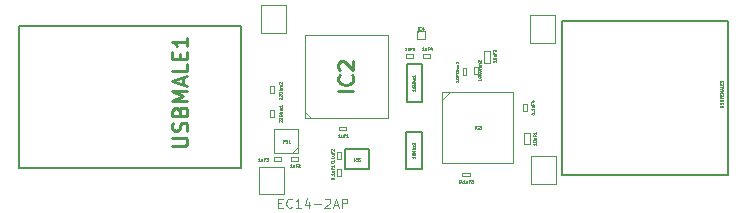
<source format=gbr>
G04 #@! TF.GenerationSoftware,KiCad,Pcbnew,(5.1.6)-1*
G04 #@! TF.CreationDate,2021-12-03T11:37:05+01:00*
G04 #@! TF.ProjectId,Keyvilboard2.0,4b657976-696c-4626-9f61-7264322e302e,rev?*
G04 #@! TF.SameCoordinates,Original*
G04 #@! TF.FileFunction,Other,Fab,Top*
%FSLAX46Y46*%
G04 Gerber Fmt 4.6, Leading zero omitted, Abs format (unit mm)*
G04 Created by KiCad (PCBNEW (5.1.6)-1) date 2021-12-03 11:37:05*
%MOMM*%
%LPD*%
G01*
G04 APERTURE LIST*
%ADD10C,0.100000*%
%ADD11C,0.200000*%
%ADD12C,0.062500*%
%ADD13C,0.254000*%
%ADD14C,0.015000*%
G04 APERTURE END LIST*
D10*
G04 #@! TO.C,IC4*
X154348000Y-94906000D02*
X154517000Y-94737000D01*
X154348000Y-95383000D02*
X154348000Y-94738000D01*
X154993000Y-95383000D02*
X154348000Y-95383000D01*
X154993000Y-94738000D02*
X154993000Y-95383000D01*
X154348000Y-94738000D02*
X154993000Y-94738000D01*
G04 #@! TO.C,TX1*
X166067000Y-95728000D02*
X163933000Y-95728000D01*
X166067000Y-93392000D02*
X166067000Y-95728000D01*
X163933000Y-93392000D02*
X166067000Y-93392000D01*
X163933000Y-95728000D02*
X163933000Y-93392000D01*
G04 #@! TO.C,RX1*
X166127000Y-107628000D02*
X163993000Y-107628000D01*
X166127000Y-105292000D02*
X166127000Y-107628000D01*
X163993000Y-105292000D02*
X166127000Y-105292000D01*
X163993000Y-107628000D02*
X163993000Y-105292000D01*
D11*
G04 #@! TO.C,IC5*
X148270000Y-106380000D02*
X148270000Y-104680000D01*
X150270000Y-106380000D02*
X148270000Y-106380000D01*
X150270000Y-104680000D02*
X150270000Y-106380000D01*
X148270000Y-104680000D02*
X150270000Y-104680000D01*
D10*
G04 #@! TO.C,GND1*
X143247000Y-94868000D02*
X141113000Y-94868000D01*
X143247000Y-92532000D02*
X143247000Y-94868000D01*
X141113000Y-92532000D02*
X143247000Y-92532000D01*
X141113000Y-94868000D02*
X141113000Y-92532000D01*
G04 #@! TO.C,5V+1*
X143097000Y-108528000D02*
X140963000Y-108528000D01*
X143097000Y-106192000D02*
X143097000Y-108528000D01*
X140963000Y-106192000D02*
X143097000Y-106192000D01*
X140963000Y-108528000D02*
X140963000Y-106192000D01*
G04 #@! TO.C,1uF4*
X154865000Y-96660000D02*
X155465000Y-96660000D01*
X155465000Y-96660000D02*
X155465000Y-96960000D01*
X155465000Y-96960000D02*
X154865000Y-96960000D01*
X154865000Y-96960000D02*
X154865000Y-96660000D01*
G04 #@! TO.C,1uF1*
X147780000Y-103130000D02*
X147780000Y-102830000D01*
X148380000Y-103130000D02*
X147780000Y-103130000D01*
X148380000Y-102830000D02*
X148380000Y-103130000D01*
X147780000Y-102830000D02*
X148380000Y-102830000D01*
G04 #@! TO.C,0.1uF3*
X158200000Y-107030000D02*
X158200000Y-106730000D01*
X158800000Y-107030000D02*
X158200000Y-107030000D01*
X158800000Y-106730000D02*
X158800000Y-107030000D01*
X158200000Y-106730000D02*
X158800000Y-106730000D01*
D11*
G04 #@! TO.C,USBFEMALE1*
X166650000Y-106940000D02*
X166650000Y-93840000D01*
X166650000Y-93840000D02*
X180650000Y-93840000D01*
X180650000Y-93840000D02*
X180650000Y-106940000D01*
X180650000Y-106940000D02*
X166650000Y-106940000D01*
G04 #@! TO.C,USBMALE1*
X120650000Y-94330000D02*
X139450000Y-94330000D01*
X120650000Y-106330000D02*
X120650000Y-94330000D01*
X139450000Y-106330000D02*
X120650000Y-106330000D01*
X139450000Y-94330000D02*
X139450000Y-106330000D01*
D10*
G04 #@! TO.C,PS1*
X144280000Y-104520000D02*
X143780000Y-105020000D01*
X144280000Y-103020000D02*
X144280000Y-105020000D01*
X142280000Y-103020000D02*
X144280000Y-103020000D01*
X142280000Y-105020000D02*
X142280000Y-103020000D01*
X144280000Y-105020000D02*
X142280000Y-105020000D01*
G04 #@! TO.C,IC3*
X156500000Y-100520000D02*
X157150000Y-99870000D01*
X156500000Y-105870000D02*
X156500000Y-99870000D01*
X162500000Y-105870000D02*
X156500000Y-105870000D01*
X162500000Y-99870000D02*
X162500000Y-105870000D01*
X156500000Y-99870000D02*
X162500000Y-99870000D01*
G04 #@! TO.C,IC2*
X145380000Y-102070000D02*
X144880000Y-101570000D01*
X151880000Y-102070000D02*
X144880000Y-102070000D01*
X151880000Y-95070000D02*
X151880000Y-102070000D01*
X144880000Y-95070000D02*
X151880000Y-95070000D01*
X144880000Y-102070000D02*
X144880000Y-95070000D01*
G04 #@! TO.C,22Ohm2*
X141940000Y-99380000D02*
X142240000Y-99380000D01*
X141940000Y-99980000D02*
X141940000Y-99380000D01*
X142240000Y-99980000D02*
X141940000Y-99980000D01*
X142240000Y-99380000D02*
X142240000Y-99980000D01*
G04 #@! TO.C,22Ohm1*
X141940000Y-101430000D02*
X142240000Y-101430000D01*
X141940000Y-102030000D02*
X141940000Y-101430000D01*
X142240000Y-102030000D02*
X141940000Y-102030000D01*
X142240000Y-101430000D02*
X142240000Y-102030000D01*
G04 #@! TO.C,1uF5*
X154025000Y-96660000D02*
X154025000Y-96960000D01*
X153425000Y-96660000D02*
X154025000Y-96660000D01*
X153425000Y-96960000D02*
X153425000Y-96660000D01*
X154025000Y-96960000D02*
X153425000Y-96960000D01*
G04 #@! TO.C,1uF3*
X142810000Y-105400000D02*
X142810000Y-105700000D01*
X142210000Y-105400000D02*
X142810000Y-105400000D01*
X142210000Y-105700000D02*
X142210000Y-105400000D01*
X142810000Y-105700000D02*
X142210000Y-105700000D01*
G04 #@! TO.C,1uF2*
X143690000Y-105700000D02*
X143690000Y-105400000D01*
X144290000Y-105700000D02*
X143690000Y-105700000D01*
X144290000Y-105400000D02*
X144290000Y-105700000D01*
X143690000Y-105400000D02*
X144290000Y-105400000D01*
D11*
G04 #@! TO.C,16Mhz2*
X153460000Y-103240000D02*
X154760000Y-103240000D01*
X153460000Y-106440000D02*
X153460000Y-103240000D01*
X154760000Y-106440000D02*
X153460000Y-106440000D01*
X154760000Y-103240000D02*
X154760000Y-106440000D01*
G04 #@! TO.C,16Mhz1*
X153470000Y-97530000D02*
X154770000Y-97530000D01*
X153470000Y-100730000D02*
X153470000Y-97530000D01*
X154770000Y-100730000D02*
X153470000Y-100730000D01*
X154770000Y-97530000D02*
X154770000Y-100730000D01*
D10*
G04 #@! TO.C,10uF2*
X160510000Y-97450000D02*
X160010000Y-97450000D01*
X160510000Y-96450000D02*
X160510000Y-97450000D01*
X160010000Y-96450000D02*
X160510000Y-96450000D01*
X160010000Y-97450000D02*
X160010000Y-96450000D01*
G04 #@! TO.C,10uF1*
X163390000Y-103310000D02*
X163890000Y-103310000D01*
X163390000Y-104310000D02*
X163390000Y-103310000D01*
X163890000Y-104310000D02*
X163390000Y-104310000D01*
X163890000Y-103310000D02*
X163890000Y-104310000D01*
G04 #@! TO.C,10KOhm1*
X158210000Y-97860000D02*
X158510000Y-97860000D01*
X158210000Y-98460000D02*
X158210000Y-97860000D01*
X158510000Y-98460000D02*
X158210000Y-98460000D01*
X158510000Y-97860000D02*
X158510000Y-98460000D01*
G04 #@! TO.C,10KOhm2*
X159480000Y-98370000D02*
X159180000Y-98370000D01*
X159480000Y-97770000D02*
X159480000Y-98370000D01*
X159180000Y-97770000D02*
X159480000Y-97770000D01*
X159180000Y-98370000D02*
X159180000Y-97770000D01*
G04 #@! TO.C,0.1uF4*
X163660000Y-101480000D02*
X163360000Y-101480000D01*
X163660000Y-100880000D02*
X163660000Y-101480000D01*
X163360000Y-100880000D02*
X163660000Y-100880000D01*
X163360000Y-101480000D02*
X163360000Y-100880000D01*
G04 #@! TO.C,0.1uF2*
X147600000Y-104930000D02*
X147900000Y-104930000D01*
X147600000Y-105530000D02*
X147600000Y-104930000D01*
X147900000Y-105530000D02*
X147600000Y-105530000D01*
X147900000Y-104930000D02*
X147900000Y-105530000D01*
G04 #@! TO.C,0.1uF1*
X147910000Y-106985000D02*
X147610000Y-106985000D01*
X147910000Y-106385000D02*
X147910000Y-106985000D01*
X147610000Y-106385000D02*
X147910000Y-106385000D01*
X147610000Y-106985000D02*
X147610000Y-106385000D01*
G04 #@! TD*
G04 #@! TO.C,IC4*
D12*
X154405952Y-94638095D02*
X154405952Y-94388095D01*
X154667857Y-94614285D02*
X154655952Y-94626190D01*
X154620238Y-94638095D01*
X154596428Y-94638095D01*
X154560714Y-94626190D01*
X154536904Y-94602380D01*
X154525000Y-94578571D01*
X154513095Y-94530952D01*
X154513095Y-94495238D01*
X154525000Y-94447619D01*
X154536904Y-94423809D01*
X154560714Y-94400000D01*
X154596428Y-94388095D01*
X154620238Y-94388095D01*
X154655952Y-94400000D01*
X154667857Y-94411904D01*
X154882142Y-94471428D02*
X154882142Y-94638095D01*
X154822619Y-94376190D02*
X154763095Y-94554761D01*
X154917857Y-94554761D01*
G04 #@! TO.C,IC5*
X149025952Y-105743095D02*
X149025952Y-105493095D01*
X149287857Y-105719285D02*
X149275952Y-105731190D01*
X149240238Y-105743095D01*
X149216428Y-105743095D01*
X149180714Y-105731190D01*
X149156904Y-105707380D01*
X149145000Y-105683571D01*
X149133095Y-105635952D01*
X149133095Y-105600238D01*
X149145000Y-105552619D01*
X149156904Y-105528809D01*
X149180714Y-105505000D01*
X149216428Y-105493095D01*
X149240238Y-105493095D01*
X149275952Y-105505000D01*
X149287857Y-105516904D01*
X149514047Y-105493095D02*
X149395000Y-105493095D01*
X149383095Y-105612142D01*
X149395000Y-105600238D01*
X149418809Y-105588333D01*
X149478333Y-105588333D01*
X149502142Y-105600238D01*
X149514047Y-105612142D01*
X149525952Y-105635952D01*
X149525952Y-105695476D01*
X149514047Y-105719285D01*
X149502142Y-105731190D01*
X149478333Y-105743095D01*
X149418809Y-105743095D01*
X149395000Y-105731190D01*
X149383095Y-105719285D01*
G04 #@! TO.C,1uF4*
X154932142Y-96338095D02*
X154789285Y-96338095D01*
X154860714Y-96338095D02*
X154860714Y-96088095D01*
X154836904Y-96123809D01*
X154813095Y-96147619D01*
X154789285Y-96159523D01*
X155146428Y-96171428D02*
X155146428Y-96338095D01*
X155039285Y-96171428D02*
X155039285Y-96302380D01*
X155051190Y-96326190D01*
X155075000Y-96338095D01*
X155110714Y-96338095D01*
X155134523Y-96326190D01*
X155146428Y-96314285D01*
X155348809Y-96207142D02*
X155265476Y-96207142D01*
X155265476Y-96338095D02*
X155265476Y-96088095D01*
X155384523Y-96088095D01*
X155586904Y-96171428D02*
X155586904Y-96338095D01*
X155527380Y-96076190D02*
X155467857Y-96254761D01*
X155622619Y-96254761D01*
G04 #@! TO.C,1uF1*
X147832142Y-103663095D02*
X147689285Y-103663095D01*
X147760714Y-103663095D02*
X147760714Y-103413095D01*
X147736904Y-103448809D01*
X147713095Y-103472619D01*
X147689285Y-103484523D01*
X148046428Y-103496428D02*
X148046428Y-103663095D01*
X147939285Y-103496428D02*
X147939285Y-103627380D01*
X147951190Y-103651190D01*
X147975000Y-103663095D01*
X148010714Y-103663095D01*
X148034523Y-103651190D01*
X148046428Y-103639285D01*
X148248809Y-103532142D02*
X148165476Y-103532142D01*
X148165476Y-103663095D02*
X148165476Y-103413095D01*
X148284523Y-103413095D01*
X148510714Y-103663095D02*
X148367857Y-103663095D01*
X148439285Y-103663095D02*
X148439285Y-103413095D01*
X148415476Y-103448809D01*
X148391666Y-103472619D01*
X148367857Y-103484523D01*
G04 #@! TO.C,0.1uF3*
X157970238Y-107313095D02*
X157994047Y-107313095D01*
X158017857Y-107325000D01*
X158029761Y-107336904D01*
X158041666Y-107360714D01*
X158053571Y-107408333D01*
X158053571Y-107467857D01*
X158041666Y-107515476D01*
X158029761Y-107539285D01*
X158017857Y-107551190D01*
X157994047Y-107563095D01*
X157970238Y-107563095D01*
X157946428Y-107551190D01*
X157934523Y-107539285D01*
X157922619Y-107515476D01*
X157910714Y-107467857D01*
X157910714Y-107408333D01*
X157922619Y-107360714D01*
X157934523Y-107336904D01*
X157946428Y-107325000D01*
X157970238Y-107313095D01*
X158160714Y-107539285D02*
X158172619Y-107551190D01*
X158160714Y-107563095D01*
X158148809Y-107551190D01*
X158160714Y-107539285D01*
X158160714Y-107563095D01*
X158410714Y-107563095D02*
X158267857Y-107563095D01*
X158339285Y-107563095D02*
X158339285Y-107313095D01*
X158315476Y-107348809D01*
X158291666Y-107372619D01*
X158267857Y-107384523D01*
X158625000Y-107396428D02*
X158625000Y-107563095D01*
X158517857Y-107396428D02*
X158517857Y-107527380D01*
X158529761Y-107551190D01*
X158553571Y-107563095D01*
X158589285Y-107563095D01*
X158613095Y-107551190D01*
X158625000Y-107539285D01*
X158827380Y-107432142D02*
X158744047Y-107432142D01*
X158744047Y-107563095D02*
X158744047Y-107313095D01*
X158863095Y-107313095D01*
X158934523Y-107313095D02*
X159089285Y-107313095D01*
X159005952Y-107408333D01*
X159041666Y-107408333D01*
X159065476Y-107420238D01*
X159077380Y-107432142D01*
X159089285Y-107455952D01*
X159089285Y-107515476D01*
X159077380Y-107539285D01*
X159065476Y-107551190D01*
X159041666Y-107563095D01*
X158970238Y-107563095D01*
X158946428Y-107551190D01*
X158934523Y-107539285D01*
G04 #@! TO.C,USBFEMALE1*
X179988095Y-101169047D02*
X180190476Y-101169047D01*
X180214285Y-101157142D01*
X180226190Y-101145238D01*
X180238095Y-101121428D01*
X180238095Y-101073809D01*
X180226190Y-101050000D01*
X180214285Y-101038095D01*
X180190476Y-101026190D01*
X179988095Y-101026190D01*
X180226190Y-100919047D02*
X180238095Y-100883333D01*
X180238095Y-100823809D01*
X180226190Y-100800000D01*
X180214285Y-100788095D01*
X180190476Y-100776190D01*
X180166666Y-100776190D01*
X180142857Y-100788095D01*
X180130952Y-100800000D01*
X180119047Y-100823809D01*
X180107142Y-100871428D01*
X180095238Y-100895238D01*
X180083333Y-100907142D01*
X180059523Y-100919047D01*
X180035714Y-100919047D01*
X180011904Y-100907142D01*
X180000000Y-100895238D01*
X179988095Y-100871428D01*
X179988095Y-100811904D01*
X180000000Y-100776190D01*
X180107142Y-100585714D02*
X180119047Y-100550000D01*
X180130952Y-100538095D01*
X180154761Y-100526190D01*
X180190476Y-100526190D01*
X180214285Y-100538095D01*
X180226190Y-100550000D01*
X180238095Y-100573809D01*
X180238095Y-100669047D01*
X179988095Y-100669047D01*
X179988095Y-100585714D01*
X180000000Y-100561904D01*
X180011904Y-100550000D01*
X180035714Y-100538095D01*
X180059523Y-100538095D01*
X180083333Y-100550000D01*
X180095238Y-100561904D01*
X180107142Y-100585714D01*
X180107142Y-100669047D01*
X180107142Y-100335714D02*
X180107142Y-100419047D01*
X180238095Y-100419047D02*
X179988095Y-100419047D01*
X179988095Y-100300000D01*
X180107142Y-100204761D02*
X180107142Y-100121428D01*
X180238095Y-100085714D02*
X180238095Y-100204761D01*
X179988095Y-100204761D01*
X179988095Y-100085714D01*
X180238095Y-99978571D02*
X179988095Y-99978571D01*
X180166666Y-99895238D01*
X179988095Y-99811904D01*
X180238095Y-99811904D01*
X180166666Y-99704761D02*
X180166666Y-99585714D01*
X180238095Y-99728571D02*
X179988095Y-99645238D01*
X180238095Y-99561904D01*
X180238095Y-99359523D02*
X180238095Y-99478571D01*
X179988095Y-99478571D01*
X180107142Y-99276190D02*
X180107142Y-99192857D01*
X180238095Y-99157142D02*
X180238095Y-99276190D01*
X179988095Y-99276190D01*
X179988095Y-99157142D01*
X180238095Y-98919047D02*
X180238095Y-99061904D01*
X180238095Y-98990476D02*
X179988095Y-98990476D01*
X180023809Y-99014285D01*
X180047619Y-99038095D01*
X180059523Y-99061904D01*
G04 #@! TO.C,USBMALE1*
D13*
X133641523Y-104468952D02*
X134669619Y-104468952D01*
X134790571Y-104408476D01*
X134851047Y-104348000D01*
X134911523Y-104227047D01*
X134911523Y-103985142D01*
X134851047Y-103864190D01*
X134790571Y-103803714D01*
X134669619Y-103743238D01*
X133641523Y-103743238D01*
X134851047Y-103198952D02*
X134911523Y-103017523D01*
X134911523Y-102715142D01*
X134851047Y-102594190D01*
X134790571Y-102533714D01*
X134669619Y-102473238D01*
X134548666Y-102473238D01*
X134427714Y-102533714D01*
X134367238Y-102594190D01*
X134306761Y-102715142D01*
X134246285Y-102957047D01*
X134185809Y-103078000D01*
X134125333Y-103138476D01*
X134004380Y-103198952D01*
X133883428Y-103198952D01*
X133762476Y-103138476D01*
X133702000Y-103078000D01*
X133641523Y-102957047D01*
X133641523Y-102654666D01*
X133702000Y-102473238D01*
X134246285Y-101505619D02*
X134306761Y-101324190D01*
X134367238Y-101263714D01*
X134488190Y-101203238D01*
X134669619Y-101203238D01*
X134790571Y-101263714D01*
X134851047Y-101324190D01*
X134911523Y-101445142D01*
X134911523Y-101928952D01*
X133641523Y-101928952D01*
X133641523Y-101505619D01*
X133702000Y-101384666D01*
X133762476Y-101324190D01*
X133883428Y-101263714D01*
X134004380Y-101263714D01*
X134125333Y-101324190D01*
X134185809Y-101384666D01*
X134246285Y-101505619D01*
X134246285Y-101928952D01*
X134911523Y-100658952D02*
X133641523Y-100658952D01*
X134548666Y-100235619D01*
X133641523Y-99812285D01*
X134911523Y-99812285D01*
X134548666Y-99268000D02*
X134548666Y-98663238D01*
X134911523Y-99388952D02*
X133641523Y-98965619D01*
X134911523Y-98542285D01*
X134911523Y-97514190D02*
X134911523Y-98118952D01*
X133641523Y-98118952D01*
X134246285Y-97090857D02*
X134246285Y-96667523D01*
X134911523Y-96486095D02*
X134911523Y-97090857D01*
X133641523Y-97090857D01*
X133641523Y-96486095D01*
X134911523Y-95276571D02*
X134911523Y-96002285D01*
X134911523Y-95639428D02*
X133641523Y-95639428D01*
X133822952Y-95760380D01*
X133943904Y-95881333D01*
X134004380Y-96002285D01*
G04 #@! TO.C,U1*
D14*
X142614111Y-109273757D02*
X142876579Y-109273757D01*
X142989065Y-109686205D02*
X142614111Y-109686205D01*
X142614111Y-108898803D01*
X142989065Y-108898803D01*
X143776467Y-109611215D02*
X143738971Y-109648710D01*
X143626485Y-109686205D01*
X143551495Y-109686205D01*
X143439009Y-109648710D01*
X143364018Y-109573719D01*
X143326523Y-109498729D01*
X143289027Y-109348747D01*
X143289027Y-109236261D01*
X143326523Y-109086280D01*
X143364018Y-109011289D01*
X143439009Y-108936299D01*
X143551495Y-108898803D01*
X143626485Y-108898803D01*
X143738971Y-108936299D01*
X143776467Y-108973794D01*
X144526373Y-109686205D02*
X144076429Y-109686205D01*
X144301401Y-109686205D02*
X144301401Y-108898803D01*
X144226411Y-109011289D01*
X144151420Y-109086280D01*
X144076429Y-109123775D01*
X145201289Y-109161271D02*
X145201289Y-109686205D01*
X145013813Y-108861308D02*
X144826336Y-109423738D01*
X145313775Y-109423738D01*
X145613738Y-109386243D02*
X146213663Y-109386243D01*
X146551121Y-108973794D02*
X146588617Y-108936299D01*
X146663607Y-108898803D01*
X146851084Y-108898803D01*
X146926075Y-108936299D01*
X146963570Y-108973794D01*
X147001065Y-109048785D01*
X147001065Y-109123775D01*
X146963570Y-109236261D01*
X146513626Y-109686205D01*
X147001065Y-109686205D01*
X147301028Y-109461233D02*
X147675981Y-109461233D01*
X147226037Y-109686205D02*
X147488505Y-108898803D01*
X147750972Y-109686205D01*
X148013439Y-109686205D02*
X148013439Y-108898803D01*
X148313402Y-108898803D01*
X148388393Y-108936299D01*
X148425888Y-108973794D01*
X148463383Y-109048785D01*
X148463383Y-109161271D01*
X148425888Y-109236261D01*
X148388393Y-109273757D01*
X148313402Y-109311252D01*
X148013439Y-109311252D01*
G04 #@! TO.C,PS1*
D12*
X142996428Y-104188095D02*
X142996428Y-103938095D01*
X143091666Y-103938095D01*
X143115476Y-103950000D01*
X143127380Y-103961904D01*
X143139285Y-103985714D01*
X143139285Y-104021428D01*
X143127380Y-104045238D01*
X143115476Y-104057142D01*
X143091666Y-104069047D01*
X142996428Y-104069047D01*
X143234523Y-104176190D02*
X143270238Y-104188095D01*
X143329761Y-104188095D01*
X143353571Y-104176190D01*
X143365476Y-104164285D01*
X143377380Y-104140476D01*
X143377380Y-104116666D01*
X143365476Y-104092857D01*
X143353571Y-104080952D01*
X143329761Y-104069047D01*
X143282142Y-104057142D01*
X143258333Y-104045238D01*
X143246428Y-104033333D01*
X143234523Y-104009523D01*
X143234523Y-103985714D01*
X143246428Y-103961904D01*
X143258333Y-103950000D01*
X143282142Y-103938095D01*
X143341666Y-103938095D01*
X143377380Y-103950000D01*
X143615476Y-104188095D02*
X143472619Y-104188095D01*
X143544047Y-104188095D02*
X143544047Y-103938095D01*
X143520238Y-103973809D01*
X143496428Y-103997619D01*
X143472619Y-104009523D01*
G04 #@! TO.C,IC3*
X159255952Y-102983095D02*
X159255952Y-102733095D01*
X159517857Y-102959285D02*
X159505952Y-102971190D01*
X159470238Y-102983095D01*
X159446428Y-102983095D01*
X159410714Y-102971190D01*
X159386904Y-102947380D01*
X159375000Y-102923571D01*
X159363095Y-102875952D01*
X159363095Y-102840238D01*
X159375000Y-102792619D01*
X159386904Y-102768809D01*
X159410714Y-102745000D01*
X159446428Y-102733095D01*
X159470238Y-102733095D01*
X159505952Y-102745000D01*
X159517857Y-102756904D01*
X159601190Y-102733095D02*
X159755952Y-102733095D01*
X159672619Y-102828333D01*
X159708333Y-102828333D01*
X159732142Y-102840238D01*
X159744047Y-102852142D01*
X159755952Y-102875952D01*
X159755952Y-102935476D01*
X159744047Y-102959285D01*
X159732142Y-102971190D01*
X159708333Y-102983095D01*
X159636904Y-102983095D01*
X159613095Y-102971190D01*
X159601190Y-102959285D01*
G04 #@! TO.C,IC2*
D13*
X148954523Y-99809761D02*
X147684523Y-99809761D01*
X148833571Y-98479285D02*
X148894047Y-98539761D01*
X148954523Y-98721190D01*
X148954523Y-98842142D01*
X148894047Y-99023571D01*
X148773095Y-99144523D01*
X148652142Y-99205000D01*
X148410238Y-99265476D01*
X148228809Y-99265476D01*
X147986904Y-99205000D01*
X147865952Y-99144523D01*
X147745000Y-99023571D01*
X147684523Y-98842142D01*
X147684523Y-98721190D01*
X147745000Y-98539761D01*
X147805476Y-98479285D01*
X147805476Y-97995476D02*
X147745000Y-97935000D01*
X147684523Y-97814047D01*
X147684523Y-97511666D01*
X147745000Y-97390714D01*
X147805476Y-97330238D01*
X147926428Y-97269761D01*
X148047380Y-97269761D01*
X148228809Y-97330238D01*
X148954523Y-98055952D01*
X148954523Y-97269761D01*
G04 #@! TO.C,22Ohm2*
D12*
X142686904Y-100495238D02*
X142675000Y-100483333D01*
X142663095Y-100459523D01*
X142663095Y-100400000D01*
X142675000Y-100376190D01*
X142686904Y-100364285D01*
X142710714Y-100352380D01*
X142734523Y-100352380D01*
X142770238Y-100364285D01*
X142913095Y-100507142D01*
X142913095Y-100352380D01*
X142686904Y-100257142D02*
X142675000Y-100245238D01*
X142663095Y-100221428D01*
X142663095Y-100161904D01*
X142675000Y-100138095D01*
X142686904Y-100126190D01*
X142710714Y-100114285D01*
X142734523Y-100114285D01*
X142770238Y-100126190D01*
X142913095Y-100269047D01*
X142913095Y-100114285D01*
X142663095Y-99959523D02*
X142663095Y-99911904D01*
X142675000Y-99888095D01*
X142698809Y-99864285D01*
X142746428Y-99852380D01*
X142829761Y-99852380D01*
X142877380Y-99864285D01*
X142901190Y-99888095D01*
X142913095Y-99911904D01*
X142913095Y-99959523D01*
X142901190Y-99983333D01*
X142877380Y-100007142D01*
X142829761Y-100019047D01*
X142746428Y-100019047D01*
X142698809Y-100007142D01*
X142675000Y-99983333D01*
X142663095Y-99959523D01*
X142913095Y-99745238D02*
X142663095Y-99745238D01*
X142913095Y-99638095D02*
X142782142Y-99638095D01*
X142758333Y-99650000D01*
X142746428Y-99673809D01*
X142746428Y-99709523D01*
X142758333Y-99733333D01*
X142770238Y-99745238D01*
X142913095Y-99519047D02*
X142746428Y-99519047D01*
X142770238Y-99519047D02*
X142758333Y-99507142D01*
X142746428Y-99483333D01*
X142746428Y-99447619D01*
X142758333Y-99423809D01*
X142782142Y-99411904D01*
X142913095Y-99411904D01*
X142782142Y-99411904D02*
X142758333Y-99400000D01*
X142746428Y-99376190D01*
X142746428Y-99340476D01*
X142758333Y-99316666D01*
X142782142Y-99304761D01*
X142913095Y-99304761D01*
X142686904Y-99197619D02*
X142675000Y-99185714D01*
X142663095Y-99161904D01*
X142663095Y-99102380D01*
X142675000Y-99078571D01*
X142686904Y-99066666D01*
X142710714Y-99054761D01*
X142734523Y-99054761D01*
X142770238Y-99066666D01*
X142913095Y-99209523D01*
X142913095Y-99054761D01*
G04 #@! TO.C,22Ohm1*
X142661904Y-102420238D02*
X142650000Y-102408333D01*
X142638095Y-102384523D01*
X142638095Y-102325000D01*
X142650000Y-102301190D01*
X142661904Y-102289285D01*
X142685714Y-102277380D01*
X142709523Y-102277380D01*
X142745238Y-102289285D01*
X142888095Y-102432142D01*
X142888095Y-102277380D01*
X142661904Y-102182142D02*
X142650000Y-102170238D01*
X142638095Y-102146428D01*
X142638095Y-102086904D01*
X142650000Y-102063095D01*
X142661904Y-102051190D01*
X142685714Y-102039285D01*
X142709523Y-102039285D01*
X142745238Y-102051190D01*
X142888095Y-102194047D01*
X142888095Y-102039285D01*
X142638095Y-101884523D02*
X142638095Y-101836904D01*
X142650000Y-101813095D01*
X142673809Y-101789285D01*
X142721428Y-101777380D01*
X142804761Y-101777380D01*
X142852380Y-101789285D01*
X142876190Y-101813095D01*
X142888095Y-101836904D01*
X142888095Y-101884523D01*
X142876190Y-101908333D01*
X142852380Y-101932142D01*
X142804761Y-101944047D01*
X142721428Y-101944047D01*
X142673809Y-101932142D01*
X142650000Y-101908333D01*
X142638095Y-101884523D01*
X142888095Y-101670238D02*
X142638095Y-101670238D01*
X142888095Y-101563095D02*
X142757142Y-101563095D01*
X142733333Y-101575000D01*
X142721428Y-101598809D01*
X142721428Y-101634523D01*
X142733333Y-101658333D01*
X142745238Y-101670238D01*
X142888095Y-101444047D02*
X142721428Y-101444047D01*
X142745238Y-101444047D02*
X142733333Y-101432142D01*
X142721428Y-101408333D01*
X142721428Y-101372619D01*
X142733333Y-101348809D01*
X142757142Y-101336904D01*
X142888095Y-101336904D01*
X142757142Y-101336904D02*
X142733333Y-101325000D01*
X142721428Y-101301190D01*
X142721428Y-101265476D01*
X142733333Y-101241666D01*
X142757142Y-101229761D01*
X142888095Y-101229761D01*
X142888095Y-100979761D02*
X142888095Y-101122619D01*
X142888095Y-101051190D02*
X142638095Y-101051190D01*
X142673809Y-101075000D01*
X142697619Y-101098809D01*
X142709523Y-101122619D01*
G04 #@! TO.C,1uF5*
X153457142Y-96363095D02*
X153314285Y-96363095D01*
X153385714Y-96363095D02*
X153385714Y-96113095D01*
X153361904Y-96148809D01*
X153338095Y-96172619D01*
X153314285Y-96184523D01*
X153671428Y-96196428D02*
X153671428Y-96363095D01*
X153564285Y-96196428D02*
X153564285Y-96327380D01*
X153576190Y-96351190D01*
X153600000Y-96363095D01*
X153635714Y-96363095D01*
X153659523Y-96351190D01*
X153671428Y-96339285D01*
X153873809Y-96232142D02*
X153790476Y-96232142D01*
X153790476Y-96363095D02*
X153790476Y-96113095D01*
X153909523Y-96113095D01*
X154123809Y-96113095D02*
X154004761Y-96113095D01*
X153992857Y-96232142D01*
X154004761Y-96220238D01*
X154028571Y-96208333D01*
X154088095Y-96208333D01*
X154111904Y-96220238D01*
X154123809Y-96232142D01*
X154135714Y-96255952D01*
X154135714Y-96315476D01*
X154123809Y-96339285D01*
X154111904Y-96351190D01*
X154088095Y-96363095D01*
X154028571Y-96363095D01*
X154004761Y-96351190D01*
X153992857Y-96339285D01*
G04 #@! TO.C,1uF3*
X141032142Y-105713095D02*
X140889285Y-105713095D01*
X140960714Y-105713095D02*
X140960714Y-105463095D01*
X140936904Y-105498809D01*
X140913095Y-105522619D01*
X140889285Y-105534523D01*
X141246428Y-105546428D02*
X141246428Y-105713095D01*
X141139285Y-105546428D02*
X141139285Y-105677380D01*
X141151190Y-105701190D01*
X141175000Y-105713095D01*
X141210714Y-105713095D01*
X141234523Y-105701190D01*
X141246428Y-105689285D01*
X141448809Y-105582142D02*
X141365476Y-105582142D01*
X141365476Y-105713095D02*
X141365476Y-105463095D01*
X141484523Y-105463095D01*
X141555952Y-105463095D02*
X141710714Y-105463095D01*
X141627380Y-105558333D01*
X141663095Y-105558333D01*
X141686904Y-105570238D01*
X141698809Y-105582142D01*
X141710714Y-105605952D01*
X141710714Y-105665476D01*
X141698809Y-105689285D01*
X141686904Y-105701190D01*
X141663095Y-105713095D01*
X141591666Y-105713095D01*
X141567857Y-105701190D01*
X141555952Y-105689285D01*
G04 #@! TO.C,1uF2*
X143732142Y-106238095D02*
X143589285Y-106238095D01*
X143660714Y-106238095D02*
X143660714Y-105988095D01*
X143636904Y-106023809D01*
X143613095Y-106047619D01*
X143589285Y-106059523D01*
X143946428Y-106071428D02*
X143946428Y-106238095D01*
X143839285Y-106071428D02*
X143839285Y-106202380D01*
X143851190Y-106226190D01*
X143875000Y-106238095D01*
X143910714Y-106238095D01*
X143934523Y-106226190D01*
X143946428Y-106214285D01*
X144148809Y-106107142D02*
X144065476Y-106107142D01*
X144065476Y-106238095D02*
X144065476Y-105988095D01*
X144184523Y-105988095D01*
X144267857Y-106011904D02*
X144279761Y-106000000D01*
X144303571Y-105988095D01*
X144363095Y-105988095D01*
X144386904Y-106000000D01*
X144398809Y-106011904D01*
X144410714Y-106035714D01*
X144410714Y-106059523D01*
X144398809Y-106095238D01*
X144255952Y-106238095D01*
X144410714Y-106238095D01*
G04 #@! TO.C,16Mhz2*
X154188095Y-105348809D02*
X154188095Y-105491666D01*
X154188095Y-105420238D02*
X153938095Y-105420238D01*
X153973809Y-105444047D01*
X153997619Y-105467857D01*
X154009523Y-105491666D01*
X153938095Y-105134523D02*
X153938095Y-105182142D01*
X153950000Y-105205952D01*
X153961904Y-105217857D01*
X153997619Y-105241666D01*
X154045238Y-105253571D01*
X154140476Y-105253571D01*
X154164285Y-105241666D01*
X154176190Y-105229761D01*
X154188095Y-105205952D01*
X154188095Y-105158333D01*
X154176190Y-105134523D01*
X154164285Y-105122619D01*
X154140476Y-105110714D01*
X154080952Y-105110714D01*
X154057142Y-105122619D01*
X154045238Y-105134523D01*
X154033333Y-105158333D01*
X154033333Y-105205952D01*
X154045238Y-105229761D01*
X154057142Y-105241666D01*
X154080952Y-105253571D01*
X154188095Y-105003571D02*
X153938095Y-105003571D01*
X154116666Y-104920238D01*
X153938095Y-104836904D01*
X154188095Y-104836904D01*
X154188095Y-104717857D02*
X153938095Y-104717857D01*
X154188095Y-104610714D02*
X154057142Y-104610714D01*
X154033333Y-104622619D01*
X154021428Y-104646428D01*
X154021428Y-104682142D01*
X154033333Y-104705952D01*
X154045238Y-104717857D01*
X154021428Y-104515476D02*
X154021428Y-104384523D01*
X154188095Y-104515476D01*
X154188095Y-104384523D01*
X153961904Y-104301190D02*
X153950000Y-104289285D01*
X153938095Y-104265476D01*
X153938095Y-104205952D01*
X153950000Y-104182142D01*
X153961904Y-104170238D01*
X153985714Y-104158333D01*
X154009523Y-104158333D01*
X154045238Y-104170238D01*
X154188095Y-104313095D01*
X154188095Y-104158333D01*
G04 #@! TO.C,16Mhz1*
X154213095Y-99623809D02*
X154213095Y-99766666D01*
X154213095Y-99695238D02*
X153963095Y-99695238D01*
X153998809Y-99719047D01*
X154022619Y-99742857D01*
X154034523Y-99766666D01*
X153963095Y-99409523D02*
X153963095Y-99457142D01*
X153975000Y-99480952D01*
X153986904Y-99492857D01*
X154022619Y-99516666D01*
X154070238Y-99528571D01*
X154165476Y-99528571D01*
X154189285Y-99516666D01*
X154201190Y-99504761D01*
X154213095Y-99480952D01*
X154213095Y-99433333D01*
X154201190Y-99409523D01*
X154189285Y-99397619D01*
X154165476Y-99385714D01*
X154105952Y-99385714D01*
X154082142Y-99397619D01*
X154070238Y-99409523D01*
X154058333Y-99433333D01*
X154058333Y-99480952D01*
X154070238Y-99504761D01*
X154082142Y-99516666D01*
X154105952Y-99528571D01*
X154213095Y-99278571D02*
X153963095Y-99278571D01*
X154141666Y-99195238D01*
X153963095Y-99111904D01*
X154213095Y-99111904D01*
X154213095Y-98992857D02*
X153963095Y-98992857D01*
X154213095Y-98885714D02*
X154082142Y-98885714D01*
X154058333Y-98897619D01*
X154046428Y-98921428D01*
X154046428Y-98957142D01*
X154058333Y-98980952D01*
X154070238Y-98992857D01*
X154046428Y-98790476D02*
X154046428Y-98659523D01*
X154213095Y-98790476D01*
X154213095Y-98659523D01*
X154213095Y-98433333D02*
X154213095Y-98576190D01*
X154213095Y-98504761D02*
X153963095Y-98504761D01*
X153998809Y-98528571D01*
X154022619Y-98552380D01*
X154034523Y-98576190D01*
G04 #@! TO.C,10uF2*
X161038095Y-97211904D02*
X161038095Y-97354761D01*
X161038095Y-97283333D02*
X160788095Y-97283333D01*
X160823809Y-97307142D01*
X160847619Y-97330952D01*
X160859523Y-97354761D01*
X160788095Y-97057142D02*
X160788095Y-97033333D01*
X160800000Y-97009523D01*
X160811904Y-96997619D01*
X160835714Y-96985714D01*
X160883333Y-96973809D01*
X160942857Y-96973809D01*
X160990476Y-96985714D01*
X161014285Y-96997619D01*
X161026190Y-97009523D01*
X161038095Y-97033333D01*
X161038095Y-97057142D01*
X161026190Y-97080952D01*
X161014285Y-97092857D01*
X160990476Y-97104761D01*
X160942857Y-97116666D01*
X160883333Y-97116666D01*
X160835714Y-97104761D01*
X160811904Y-97092857D01*
X160800000Y-97080952D01*
X160788095Y-97057142D01*
X160871428Y-96759523D02*
X161038095Y-96759523D01*
X160871428Y-96866666D02*
X161002380Y-96866666D01*
X161026190Y-96854761D01*
X161038095Y-96830952D01*
X161038095Y-96795238D01*
X161026190Y-96771428D01*
X161014285Y-96759523D01*
X160907142Y-96557142D02*
X160907142Y-96640476D01*
X161038095Y-96640476D02*
X160788095Y-96640476D01*
X160788095Y-96521428D01*
X160811904Y-96438095D02*
X160800000Y-96426190D01*
X160788095Y-96402380D01*
X160788095Y-96342857D01*
X160800000Y-96319047D01*
X160811904Y-96307142D01*
X160835714Y-96295238D01*
X160859523Y-96295238D01*
X160895238Y-96307142D01*
X161038095Y-96450000D01*
X161038095Y-96295238D01*
G04 #@! TO.C,10uF1*
X164438095Y-104196904D02*
X164438095Y-104339761D01*
X164438095Y-104268333D02*
X164188095Y-104268333D01*
X164223809Y-104292142D01*
X164247619Y-104315952D01*
X164259523Y-104339761D01*
X164188095Y-104042142D02*
X164188095Y-104018333D01*
X164200000Y-103994523D01*
X164211904Y-103982619D01*
X164235714Y-103970714D01*
X164283333Y-103958809D01*
X164342857Y-103958809D01*
X164390476Y-103970714D01*
X164414285Y-103982619D01*
X164426190Y-103994523D01*
X164438095Y-104018333D01*
X164438095Y-104042142D01*
X164426190Y-104065952D01*
X164414285Y-104077857D01*
X164390476Y-104089761D01*
X164342857Y-104101666D01*
X164283333Y-104101666D01*
X164235714Y-104089761D01*
X164211904Y-104077857D01*
X164200000Y-104065952D01*
X164188095Y-104042142D01*
X164271428Y-103744523D02*
X164438095Y-103744523D01*
X164271428Y-103851666D02*
X164402380Y-103851666D01*
X164426190Y-103839761D01*
X164438095Y-103815952D01*
X164438095Y-103780238D01*
X164426190Y-103756428D01*
X164414285Y-103744523D01*
X164307142Y-103542142D02*
X164307142Y-103625476D01*
X164438095Y-103625476D02*
X164188095Y-103625476D01*
X164188095Y-103506428D01*
X164438095Y-103280238D02*
X164438095Y-103423095D01*
X164438095Y-103351666D02*
X164188095Y-103351666D01*
X164223809Y-103375476D01*
X164247619Y-103399285D01*
X164259523Y-103423095D01*
G04 #@! TO.C,10KOhm1*
X157863095Y-98852380D02*
X157863095Y-98995238D01*
X157863095Y-98923809D02*
X157613095Y-98923809D01*
X157648809Y-98947619D01*
X157672619Y-98971428D01*
X157684523Y-98995238D01*
X157613095Y-98697619D02*
X157613095Y-98673809D01*
X157625000Y-98650000D01*
X157636904Y-98638095D01*
X157660714Y-98626190D01*
X157708333Y-98614285D01*
X157767857Y-98614285D01*
X157815476Y-98626190D01*
X157839285Y-98638095D01*
X157851190Y-98650000D01*
X157863095Y-98673809D01*
X157863095Y-98697619D01*
X157851190Y-98721428D01*
X157839285Y-98733333D01*
X157815476Y-98745238D01*
X157767857Y-98757142D01*
X157708333Y-98757142D01*
X157660714Y-98745238D01*
X157636904Y-98733333D01*
X157625000Y-98721428D01*
X157613095Y-98697619D01*
X157863095Y-98507142D02*
X157613095Y-98507142D01*
X157863095Y-98364285D02*
X157720238Y-98471428D01*
X157613095Y-98364285D02*
X157755952Y-98507142D01*
X157613095Y-98209523D02*
X157613095Y-98161904D01*
X157625000Y-98138095D01*
X157648809Y-98114285D01*
X157696428Y-98102380D01*
X157779761Y-98102380D01*
X157827380Y-98114285D01*
X157851190Y-98138095D01*
X157863095Y-98161904D01*
X157863095Y-98209523D01*
X157851190Y-98233333D01*
X157827380Y-98257142D01*
X157779761Y-98269047D01*
X157696428Y-98269047D01*
X157648809Y-98257142D01*
X157625000Y-98233333D01*
X157613095Y-98209523D01*
X157863095Y-97995238D02*
X157613095Y-97995238D01*
X157863095Y-97888095D02*
X157732142Y-97888095D01*
X157708333Y-97900000D01*
X157696428Y-97923809D01*
X157696428Y-97959523D01*
X157708333Y-97983333D01*
X157720238Y-97995238D01*
X157863095Y-97769047D02*
X157696428Y-97769047D01*
X157720238Y-97769047D02*
X157708333Y-97757142D01*
X157696428Y-97733333D01*
X157696428Y-97697619D01*
X157708333Y-97673809D01*
X157732142Y-97661904D01*
X157863095Y-97661904D01*
X157732142Y-97661904D02*
X157708333Y-97650000D01*
X157696428Y-97626190D01*
X157696428Y-97590476D01*
X157708333Y-97566666D01*
X157732142Y-97554761D01*
X157863095Y-97554761D01*
X157863095Y-97304761D02*
X157863095Y-97447619D01*
X157863095Y-97376190D02*
X157613095Y-97376190D01*
X157648809Y-97400000D01*
X157672619Y-97423809D01*
X157684523Y-97447619D01*
G04 #@! TO.C,10KOhm2*
X159738095Y-98752380D02*
X159738095Y-98895238D01*
X159738095Y-98823809D02*
X159488095Y-98823809D01*
X159523809Y-98847619D01*
X159547619Y-98871428D01*
X159559523Y-98895238D01*
X159488095Y-98597619D02*
X159488095Y-98573809D01*
X159500000Y-98550000D01*
X159511904Y-98538095D01*
X159535714Y-98526190D01*
X159583333Y-98514285D01*
X159642857Y-98514285D01*
X159690476Y-98526190D01*
X159714285Y-98538095D01*
X159726190Y-98550000D01*
X159738095Y-98573809D01*
X159738095Y-98597619D01*
X159726190Y-98621428D01*
X159714285Y-98633333D01*
X159690476Y-98645238D01*
X159642857Y-98657142D01*
X159583333Y-98657142D01*
X159535714Y-98645238D01*
X159511904Y-98633333D01*
X159500000Y-98621428D01*
X159488095Y-98597619D01*
X159738095Y-98407142D02*
X159488095Y-98407142D01*
X159738095Y-98264285D02*
X159595238Y-98371428D01*
X159488095Y-98264285D02*
X159630952Y-98407142D01*
X159488095Y-98109523D02*
X159488095Y-98061904D01*
X159500000Y-98038095D01*
X159523809Y-98014285D01*
X159571428Y-98002380D01*
X159654761Y-98002380D01*
X159702380Y-98014285D01*
X159726190Y-98038095D01*
X159738095Y-98061904D01*
X159738095Y-98109523D01*
X159726190Y-98133333D01*
X159702380Y-98157142D01*
X159654761Y-98169047D01*
X159571428Y-98169047D01*
X159523809Y-98157142D01*
X159500000Y-98133333D01*
X159488095Y-98109523D01*
X159738095Y-97895238D02*
X159488095Y-97895238D01*
X159738095Y-97788095D02*
X159607142Y-97788095D01*
X159583333Y-97800000D01*
X159571428Y-97823809D01*
X159571428Y-97859523D01*
X159583333Y-97883333D01*
X159595238Y-97895238D01*
X159738095Y-97669047D02*
X159571428Y-97669047D01*
X159595238Y-97669047D02*
X159583333Y-97657142D01*
X159571428Y-97633333D01*
X159571428Y-97597619D01*
X159583333Y-97573809D01*
X159607142Y-97561904D01*
X159738095Y-97561904D01*
X159607142Y-97561904D02*
X159583333Y-97550000D01*
X159571428Y-97526190D01*
X159571428Y-97490476D01*
X159583333Y-97466666D01*
X159607142Y-97454761D01*
X159738095Y-97454761D01*
X159511904Y-97347619D02*
X159500000Y-97335714D01*
X159488095Y-97311904D01*
X159488095Y-97252380D01*
X159500000Y-97228571D01*
X159511904Y-97216666D01*
X159535714Y-97204761D01*
X159559523Y-97204761D01*
X159595238Y-97216666D01*
X159738095Y-97359523D01*
X159738095Y-97204761D01*
G04 #@! TO.C,0.1uF4*
X164038095Y-101729761D02*
X164038095Y-101705952D01*
X164050000Y-101682142D01*
X164061904Y-101670238D01*
X164085714Y-101658333D01*
X164133333Y-101646428D01*
X164192857Y-101646428D01*
X164240476Y-101658333D01*
X164264285Y-101670238D01*
X164276190Y-101682142D01*
X164288095Y-101705952D01*
X164288095Y-101729761D01*
X164276190Y-101753571D01*
X164264285Y-101765476D01*
X164240476Y-101777380D01*
X164192857Y-101789285D01*
X164133333Y-101789285D01*
X164085714Y-101777380D01*
X164061904Y-101765476D01*
X164050000Y-101753571D01*
X164038095Y-101729761D01*
X164264285Y-101539285D02*
X164276190Y-101527380D01*
X164288095Y-101539285D01*
X164276190Y-101551190D01*
X164264285Y-101539285D01*
X164288095Y-101539285D01*
X164288095Y-101289285D02*
X164288095Y-101432142D01*
X164288095Y-101360714D02*
X164038095Y-101360714D01*
X164073809Y-101384523D01*
X164097619Y-101408333D01*
X164109523Y-101432142D01*
X164121428Y-101075000D02*
X164288095Y-101075000D01*
X164121428Y-101182142D02*
X164252380Y-101182142D01*
X164276190Y-101170238D01*
X164288095Y-101146428D01*
X164288095Y-101110714D01*
X164276190Y-101086904D01*
X164264285Y-101075000D01*
X164157142Y-100872619D02*
X164157142Y-100955952D01*
X164288095Y-100955952D02*
X164038095Y-100955952D01*
X164038095Y-100836904D01*
X164121428Y-100634523D02*
X164288095Y-100634523D01*
X164026190Y-100694047D02*
X164204761Y-100753571D01*
X164204761Y-100598809D01*
G04 #@! TO.C,0.1uF2*
X147063095Y-105804761D02*
X147063095Y-105780952D01*
X147075000Y-105757142D01*
X147086904Y-105745238D01*
X147110714Y-105733333D01*
X147158333Y-105721428D01*
X147217857Y-105721428D01*
X147265476Y-105733333D01*
X147289285Y-105745238D01*
X147301190Y-105757142D01*
X147313095Y-105780952D01*
X147313095Y-105804761D01*
X147301190Y-105828571D01*
X147289285Y-105840476D01*
X147265476Y-105852380D01*
X147217857Y-105864285D01*
X147158333Y-105864285D01*
X147110714Y-105852380D01*
X147086904Y-105840476D01*
X147075000Y-105828571D01*
X147063095Y-105804761D01*
X147289285Y-105614285D02*
X147301190Y-105602380D01*
X147313095Y-105614285D01*
X147301190Y-105626190D01*
X147289285Y-105614285D01*
X147313095Y-105614285D01*
X147313095Y-105364285D02*
X147313095Y-105507142D01*
X147313095Y-105435714D02*
X147063095Y-105435714D01*
X147098809Y-105459523D01*
X147122619Y-105483333D01*
X147134523Y-105507142D01*
X147146428Y-105150000D02*
X147313095Y-105150000D01*
X147146428Y-105257142D02*
X147277380Y-105257142D01*
X147301190Y-105245238D01*
X147313095Y-105221428D01*
X147313095Y-105185714D01*
X147301190Y-105161904D01*
X147289285Y-105150000D01*
X147182142Y-104947619D02*
X147182142Y-105030952D01*
X147313095Y-105030952D02*
X147063095Y-105030952D01*
X147063095Y-104911904D01*
X147086904Y-104828571D02*
X147075000Y-104816666D01*
X147063095Y-104792857D01*
X147063095Y-104733333D01*
X147075000Y-104709523D01*
X147086904Y-104697619D01*
X147110714Y-104685714D01*
X147134523Y-104685714D01*
X147170238Y-104697619D01*
X147313095Y-104840476D01*
X147313095Y-104685714D01*
G04 #@! TO.C,0.1uF1*
X147063095Y-107204761D02*
X147063095Y-107180952D01*
X147075000Y-107157142D01*
X147086904Y-107145238D01*
X147110714Y-107133333D01*
X147158333Y-107121428D01*
X147217857Y-107121428D01*
X147265476Y-107133333D01*
X147289285Y-107145238D01*
X147301190Y-107157142D01*
X147313095Y-107180952D01*
X147313095Y-107204761D01*
X147301190Y-107228571D01*
X147289285Y-107240476D01*
X147265476Y-107252380D01*
X147217857Y-107264285D01*
X147158333Y-107264285D01*
X147110714Y-107252380D01*
X147086904Y-107240476D01*
X147075000Y-107228571D01*
X147063095Y-107204761D01*
X147289285Y-107014285D02*
X147301190Y-107002380D01*
X147313095Y-107014285D01*
X147301190Y-107026190D01*
X147289285Y-107014285D01*
X147313095Y-107014285D01*
X147313095Y-106764285D02*
X147313095Y-106907142D01*
X147313095Y-106835714D02*
X147063095Y-106835714D01*
X147098809Y-106859523D01*
X147122619Y-106883333D01*
X147134523Y-106907142D01*
X147146428Y-106550000D02*
X147313095Y-106550000D01*
X147146428Y-106657142D02*
X147277380Y-106657142D01*
X147301190Y-106645238D01*
X147313095Y-106621428D01*
X147313095Y-106585714D01*
X147301190Y-106561904D01*
X147289285Y-106550000D01*
X147182142Y-106347619D02*
X147182142Y-106430952D01*
X147313095Y-106430952D02*
X147063095Y-106430952D01*
X147063095Y-106311904D01*
X147313095Y-106085714D02*
X147313095Y-106228571D01*
X147313095Y-106157142D02*
X147063095Y-106157142D01*
X147098809Y-106180952D01*
X147122619Y-106204761D01*
X147134523Y-106228571D01*
G04 #@! TD*
M02*

</source>
